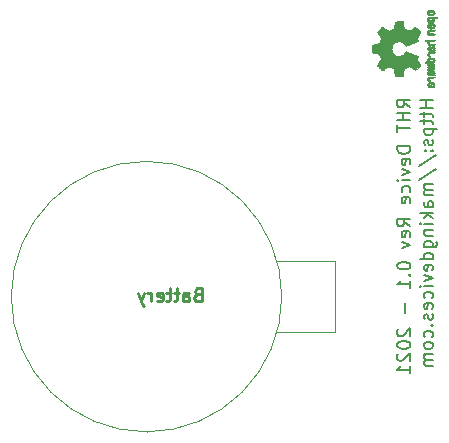
<source format=gbr>
%TF.GenerationSoftware,KiCad,Pcbnew,(5.1.10)-1*%
%TF.CreationDate,2021-11-08T18:16:21+01:00*%
%TF.ProjectId,RHT device,52485420-6465-4766-9963-652e6b696361,rev?*%
%TF.SameCoordinates,Original*%
%TF.FileFunction,Legend,Bot*%
%TF.FilePolarity,Positive*%
%FSLAX46Y46*%
G04 Gerber Fmt 4.6, Leading zero omitted, Abs format (unit mm)*
G04 Created by KiCad (PCBNEW (5.1.10)-1) date 2021-11-08 18:16:21*
%MOMM*%
%LPD*%
G01*
G04 APERTURE LIST*
%ADD10C,0.275000*%
%ADD11C,0.300000*%
%ADD12C,0.200000*%
%ADD13C,0.010000*%
%ADD14C,0.100000*%
%ADD15C,1.950000*%
%ADD16C,1.850000*%
%ADD17C,1.550000*%
%ADD18C,1.500000*%
%ADD19R,1.500000X1.500000*%
G04 APERTURE END LIST*
D10*
X120178571Y-54521428D02*
X120021428Y-54573809D01*
X119969047Y-54626190D01*
X119916666Y-54730952D01*
X119916666Y-54888095D01*
X119969047Y-54992857D01*
X120021428Y-55045238D01*
X120126190Y-55097619D01*
X120545238Y-55097619D01*
X120545238Y-53997619D01*
X120178571Y-53997619D01*
X120073809Y-54050000D01*
X120021428Y-54102380D01*
X119969047Y-54207142D01*
X119969047Y-54311904D01*
X120021428Y-54416666D01*
X120073809Y-54469047D01*
X120178571Y-54521428D01*
X120545238Y-54521428D01*
X118973809Y-55097619D02*
X118973809Y-54521428D01*
X119026190Y-54416666D01*
X119130952Y-54364285D01*
X119340476Y-54364285D01*
X119445238Y-54416666D01*
X118973809Y-55045238D02*
X119078571Y-55097619D01*
X119340476Y-55097619D01*
X119445238Y-55045238D01*
X119497619Y-54940476D01*
X119497619Y-54835714D01*
X119445238Y-54730952D01*
X119340476Y-54678571D01*
X119078571Y-54678571D01*
X118973809Y-54626190D01*
X118607142Y-54364285D02*
X118188095Y-54364285D01*
X118450000Y-53997619D02*
X118450000Y-54940476D01*
X118397619Y-55045238D01*
X118292857Y-55097619D01*
X118188095Y-55097619D01*
X117978571Y-54364285D02*
X117559523Y-54364285D01*
X117821428Y-53997619D02*
X117821428Y-54940476D01*
X117769047Y-55045238D01*
X117664285Y-55097619D01*
X117559523Y-55097619D01*
X116773809Y-55045238D02*
X116878571Y-55097619D01*
X117088095Y-55097619D01*
X117192857Y-55045238D01*
X117245238Y-54940476D01*
X117245238Y-54521428D01*
X117192857Y-54416666D01*
X117088095Y-54364285D01*
X116878571Y-54364285D01*
X116773809Y-54416666D01*
X116721428Y-54521428D01*
X116721428Y-54626190D01*
X117245238Y-54730952D01*
X116250000Y-55097619D02*
X116250000Y-54364285D01*
X116250000Y-54573809D02*
X116197619Y-54469047D01*
X116145238Y-54416666D01*
X116040476Y-54364285D01*
X115935714Y-54364285D01*
X115673809Y-54364285D02*
X115411904Y-55097619D01*
X115150000Y-54364285D02*
X115411904Y-55097619D01*
X115516666Y-55359523D01*
X115569047Y-55411904D01*
X115673809Y-55464285D01*
D11*
D12*
X138197619Y-38678571D02*
X137673809Y-38311904D01*
X138197619Y-38050000D02*
X137097619Y-38050000D01*
X137097619Y-38469047D01*
X137150000Y-38573809D01*
X137202380Y-38626190D01*
X137307142Y-38678571D01*
X137464285Y-38678571D01*
X137569047Y-38626190D01*
X137621428Y-38573809D01*
X137673809Y-38469047D01*
X137673809Y-38050000D01*
X138197619Y-39150000D02*
X137097619Y-39150000D01*
X137621428Y-39150000D02*
X137621428Y-39778571D01*
X138197619Y-39778571D02*
X137097619Y-39778571D01*
X137097619Y-40145238D02*
X137097619Y-40773809D01*
X138197619Y-40459523D02*
X137097619Y-40459523D01*
X138197619Y-41978571D02*
X137097619Y-41978571D01*
X137097619Y-42240476D01*
X137150000Y-42397619D01*
X137254761Y-42502380D01*
X137359523Y-42554761D01*
X137569047Y-42607142D01*
X137726190Y-42607142D01*
X137935714Y-42554761D01*
X138040476Y-42502380D01*
X138145238Y-42397619D01*
X138197619Y-42240476D01*
X138197619Y-41978571D01*
X138145238Y-43497619D02*
X138197619Y-43392857D01*
X138197619Y-43183333D01*
X138145238Y-43078571D01*
X138040476Y-43026190D01*
X137621428Y-43026190D01*
X137516666Y-43078571D01*
X137464285Y-43183333D01*
X137464285Y-43392857D01*
X137516666Y-43497619D01*
X137621428Y-43550000D01*
X137726190Y-43550000D01*
X137830952Y-43026190D01*
X137464285Y-43916666D02*
X138197619Y-44178571D01*
X137464285Y-44440476D01*
X138197619Y-44859523D02*
X137464285Y-44859523D01*
X137097619Y-44859523D02*
X137150000Y-44807142D01*
X137202380Y-44859523D01*
X137150000Y-44911904D01*
X137097619Y-44859523D01*
X137202380Y-44859523D01*
X138145238Y-45854761D02*
X138197619Y-45750000D01*
X138197619Y-45540476D01*
X138145238Y-45435714D01*
X138092857Y-45383333D01*
X137988095Y-45330952D01*
X137673809Y-45330952D01*
X137569047Y-45383333D01*
X137516666Y-45435714D01*
X137464285Y-45540476D01*
X137464285Y-45750000D01*
X137516666Y-45854761D01*
X138145238Y-46745238D02*
X138197619Y-46640476D01*
X138197619Y-46430952D01*
X138145238Y-46326190D01*
X138040476Y-46273809D01*
X137621428Y-46273809D01*
X137516666Y-46326190D01*
X137464285Y-46430952D01*
X137464285Y-46640476D01*
X137516666Y-46745238D01*
X137621428Y-46797619D01*
X137726190Y-46797619D01*
X137830952Y-46273809D01*
X138197619Y-48735714D02*
X137673809Y-48369047D01*
X138197619Y-48107142D02*
X137097619Y-48107142D01*
X137097619Y-48526190D01*
X137150000Y-48630952D01*
X137202380Y-48683333D01*
X137307142Y-48735714D01*
X137464285Y-48735714D01*
X137569047Y-48683333D01*
X137621428Y-48630952D01*
X137673809Y-48526190D01*
X137673809Y-48107142D01*
X138145238Y-49626190D02*
X138197619Y-49521428D01*
X138197619Y-49311904D01*
X138145238Y-49207142D01*
X138040476Y-49154761D01*
X137621428Y-49154761D01*
X137516666Y-49207142D01*
X137464285Y-49311904D01*
X137464285Y-49521428D01*
X137516666Y-49626190D01*
X137621428Y-49678571D01*
X137726190Y-49678571D01*
X137830952Y-49154761D01*
X137464285Y-50045238D02*
X138197619Y-50307142D01*
X137464285Y-50569047D01*
X137097619Y-52035714D02*
X137097619Y-52140476D01*
X137150000Y-52245238D01*
X137202380Y-52297619D01*
X137307142Y-52350000D01*
X137516666Y-52402380D01*
X137778571Y-52402380D01*
X137988095Y-52350000D01*
X138092857Y-52297619D01*
X138145238Y-52245238D01*
X138197619Y-52140476D01*
X138197619Y-52035714D01*
X138145238Y-51930952D01*
X138092857Y-51878571D01*
X137988095Y-51826190D01*
X137778571Y-51773809D01*
X137516666Y-51773809D01*
X137307142Y-51826190D01*
X137202380Y-51878571D01*
X137150000Y-51930952D01*
X137097619Y-52035714D01*
X138092857Y-52873809D02*
X138145238Y-52926190D01*
X138197619Y-52873809D01*
X138145238Y-52821428D01*
X138092857Y-52873809D01*
X138197619Y-52873809D01*
X138197619Y-53973809D02*
X138197619Y-53345238D01*
X138197619Y-53659523D02*
X137097619Y-53659523D01*
X137254761Y-53554761D01*
X137359523Y-53450000D01*
X137411904Y-53345238D01*
X137778571Y-55283333D02*
X137778571Y-56121428D01*
X137202380Y-57430952D02*
X137150000Y-57483333D01*
X137097619Y-57588095D01*
X137097619Y-57850000D01*
X137150000Y-57954761D01*
X137202380Y-58007142D01*
X137307142Y-58059523D01*
X137411904Y-58059523D01*
X137569047Y-58007142D01*
X138197619Y-57378571D01*
X138197619Y-58059523D01*
X137097619Y-58740476D02*
X137097619Y-58845238D01*
X137150000Y-58950000D01*
X137202380Y-59002380D01*
X137307142Y-59054761D01*
X137516666Y-59107142D01*
X137778571Y-59107142D01*
X137988095Y-59054761D01*
X138092857Y-59002380D01*
X138145238Y-58950000D01*
X138197619Y-58845238D01*
X138197619Y-58740476D01*
X138145238Y-58635714D01*
X138092857Y-58583333D01*
X137988095Y-58530952D01*
X137778571Y-58478571D01*
X137516666Y-58478571D01*
X137307142Y-58530952D01*
X137202380Y-58583333D01*
X137150000Y-58635714D01*
X137097619Y-58740476D01*
X137202380Y-59526190D02*
X137150000Y-59578571D01*
X137097619Y-59683333D01*
X137097619Y-59945238D01*
X137150000Y-60050000D01*
X137202380Y-60102380D01*
X137307142Y-60154761D01*
X137411904Y-60154761D01*
X137569047Y-60102380D01*
X138197619Y-59473809D01*
X138197619Y-60154761D01*
X138197619Y-61202380D02*
X138197619Y-60573809D01*
X138197619Y-60888095D02*
X137097619Y-60888095D01*
X137254761Y-60783333D01*
X137359523Y-60678571D01*
X137411904Y-60573809D01*
X140097619Y-38064285D02*
X138997619Y-38064285D01*
X139521428Y-38064285D02*
X139521428Y-38692857D01*
X140097619Y-38692857D02*
X138997619Y-38692857D01*
X139364285Y-39059523D02*
X139364285Y-39478571D01*
X138997619Y-39216666D02*
X139940476Y-39216666D01*
X140045238Y-39269047D01*
X140097619Y-39373809D01*
X140097619Y-39478571D01*
X139364285Y-39688095D02*
X139364285Y-40107142D01*
X138997619Y-39845238D02*
X139940476Y-39845238D01*
X140045238Y-39897619D01*
X140097619Y-40002380D01*
X140097619Y-40107142D01*
X139364285Y-40473809D02*
X140464285Y-40473809D01*
X139416666Y-40473809D02*
X139364285Y-40578571D01*
X139364285Y-40788095D01*
X139416666Y-40892857D01*
X139469047Y-40945238D01*
X139573809Y-40997619D01*
X139888095Y-40997619D01*
X139992857Y-40945238D01*
X140045238Y-40892857D01*
X140097619Y-40788095D01*
X140097619Y-40578571D01*
X140045238Y-40473809D01*
X140045238Y-41416666D02*
X140097619Y-41521428D01*
X140097619Y-41730952D01*
X140045238Y-41835714D01*
X139940476Y-41888095D01*
X139888095Y-41888095D01*
X139783333Y-41835714D01*
X139730952Y-41730952D01*
X139730952Y-41573809D01*
X139678571Y-41469047D01*
X139573809Y-41416666D01*
X139521428Y-41416666D01*
X139416666Y-41469047D01*
X139364285Y-41573809D01*
X139364285Y-41730952D01*
X139416666Y-41835714D01*
X139992857Y-42359523D02*
X140045238Y-42411904D01*
X140097619Y-42359523D01*
X140045238Y-42307142D01*
X139992857Y-42359523D01*
X140097619Y-42359523D01*
X139416666Y-42359523D02*
X139469047Y-42411904D01*
X139521428Y-42359523D01*
X139469047Y-42307142D01*
X139416666Y-42359523D01*
X139521428Y-42359523D01*
X138945238Y-43669047D02*
X140359523Y-42726190D01*
X138945238Y-44821428D02*
X140359523Y-43878571D01*
X140097619Y-45188095D02*
X139364285Y-45188095D01*
X139469047Y-45188095D02*
X139416666Y-45240476D01*
X139364285Y-45345238D01*
X139364285Y-45502380D01*
X139416666Y-45607142D01*
X139521428Y-45659523D01*
X140097619Y-45659523D01*
X139521428Y-45659523D02*
X139416666Y-45711904D01*
X139364285Y-45816666D01*
X139364285Y-45973809D01*
X139416666Y-46078571D01*
X139521428Y-46130952D01*
X140097619Y-46130952D01*
X140097619Y-47126190D02*
X139521428Y-47126190D01*
X139416666Y-47073809D01*
X139364285Y-46969047D01*
X139364285Y-46759523D01*
X139416666Y-46654761D01*
X140045238Y-47126190D02*
X140097619Y-47021428D01*
X140097619Y-46759523D01*
X140045238Y-46654761D01*
X139940476Y-46602380D01*
X139835714Y-46602380D01*
X139730952Y-46654761D01*
X139678571Y-46759523D01*
X139678571Y-47021428D01*
X139626190Y-47126190D01*
X140097619Y-47650000D02*
X138997619Y-47650000D01*
X139678571Y-47754761D02*
X140097619Y-48069047D01*
X139364285Y-48069047D02*
X139783333Y-47650000D01*
X140097619Y-48540476D02*
X139364285Y-48540476D01*
X138997619Y-48540476D02*
X139050000Y-48488095D01*
X139102380Y-48540476D01*
X139050000Y-48592857D01*
X138997619Y-48540476D01*
X139102380Y-48540476D01*
X139364285Y-49064285D02*
X140097619Y-49064285D01*
X139469047Y-49064285D02*
X139416666Y-49116666D01*
X139364285Y-49221428D01*
X139364285Y-49378571D01*
X139416666Y-49483333D01*
X139521428Y-49535714D01*
X140097619Y-49535714D01*
X139364285Y-50530952D02*
X140254761Y-50530952D01*
X140359523Y-50478571D01*
X140411904Y-50426190D01*
X140464285Y-50321428D01*
X140464285Y-50164285D01*
X140411904Y-50059523D01*
X140045238Y-50530952D02*
X140097619Y-50426190D01*
X140097619Y-50216666D01*
X140045238Y-50111904D01*
X139992857Y-50059523D01*
X139888095Y-50007142D01*
X139573809Y-50007142D01*
X139469047Y-50059523D01*
X139416666Y-50111904D01*
X139364285Y-50216666D01*
X139364285Y-50426190D01*
X139416666Y-50530952D01*
X140097619Y-51526190D02*
X138997619Y-51526190D01*
X140045238Y-51526190D02*
X140097619Y-51421428D01*
X140097619Y-51211904D01*
X140045238Y-51107142D01*
X139992857Y-51054761D01*
X139888095Y-51002380D01*
X139573809Y-51002380D01*
X139469047Y-51054761D01*
X139416666Y-51107142D01*
X139364285Y-51211904D01*
X139364285Y-51421428D01*
X139416666Y-51526190D01*
X140045238Y-52469047D02*
X140097619Y-52364285D01*
X140097619Y-52154761D01*
X140045238Y-52050000D01*
X139940476Y-51997619D01*
X139521428Y-51997619D01*
X139416666Y-52050000D01*
X139364285Y-52154761D01*
X139364285Y-52364285D01*
X139416666Y-52469047D01*
X139521428Y-52521428D01*
X139626190Y-52521428D01*
X139730952Y-51997619D01*
X139364285Y-52888095D02*
X140097619Y-53150000D01*
X139364285Y-53411904D01*
X140097619Y-53830952D02*
X139364285Y-53830952D01*
X138997619Y-53830952D02*
X139050000Y-53778571D01*
X139102380Y-53830952D01*
X139050000Y-53883333D01*
X138997619Y-53830952D01*
X139102380Y-53830952D01*
X140045238Y-54826190D02*
X140097619Y-54721428D01*
X140097619Y-54511904D01*
X140045238Y-54407142D01*
X139992857Y-54354761D01*
X139888095Y-54302380D01*
X139573809Y-54302380D01*
X139469047Y-54354761D01*
X139416666Y-54407142D01*
X139364285Y-54511904D01*
X139364285Y-54721428D01*
X139416666Y-54826190D01*
X140045238Y-55716666D02*
X140097619Y-55611904D01*
X140097619Y-55402380D01*
X140045238Y-55297619D01*
X139940476Y-55245238D01*
X139521428Y-55245238D01*
X139416666Y-55297619D01*
X139364285Y-55402380D01*
X139364285Y-55611904D01*
X139416666Y-55716666D01*
X139521428Y-55769047D01*
X139626190Y-55769047D01*
X139730952Y-55245238D01*
X140045238Y-56188095D02*
X140097619Y-56292857D01*
X140097619Y-56502380D01*
X140045238Y-56607142D01*
X139940476Y-56659523D01*
X139888095Y-56659523D01*
X139783333Y-56607142D01*
X139730952Y-56502380D01*
X139730952Y-56345238D01*
X139678571Y-56240476D01*
X139573809Y-56188095D01*
X139521428Y-56188095D01*
X139416666Y-56240476D01*
X139364285Y-56345238D01*
X139364285Y-56502380D01*
X139416666Y-56607142D01*
X139992857Y-57130952D02*
X140045238Y-57183333D01*
X140097619Y-57130952D01*
X140045238Y-57078571D01*
X139992857Y-57130952D01*
X140097619Y-57130952D01*
X140045238Y-58126190D02*
X140097619Y-58021428D01*
X140097619Y-57811904D01*
X140045238Y-57707142D01*
X139992857Y-57654761D01*
X139888095Y-57602380D01*
X139573809Y-57602380D01*
X139469047Y-57654761D01*
X139416666Y-57707142D01*
X139364285Y-57811904D01*
X139364285Y-58021428D01*
X139416666Y-58126190D01*
X140097619Y-58754761D02*
X140045238Y-58649999D01*
X139992857Y-58597619D01*
X139888095Y-58545238D01*
X139573809Y-58545238D01*
X139469047Y-58597619D01*
X139416666Y-58649999D01*
X139364285Y-58754761D01*
X139364285Y-58911904D01*
X139416666Y-59016666D01*
X139469047Y-59069047D01*
X139573809Y-59121428D01*
X139888095Y-59121428D01*
X139992857Y-59069047D01*
X140045238Y-59016666D01*
X140097619Y-58911904D01*
X140097619Y-58754761D01*
X140097619Y-59592857D02*
X139364285Y-59592857D01*
X139469047Y-59592857D02*
X139416666Y-59645238D01*
X139364285Y-59749999D01*
X139364285Y-59907142D01*
X139416666Y-60011904D01*
X139521428Y-60064285D01*
X140097619Y-60064285D01*
X139521428Y-60064285D02*
X139416666Y-60116666D01*
X139364285Y-60221428D01*
X139364285Y-60378571D01*
X139416666Y-60483333D01*
X139521428Y-60535714D01*
X140097619Y-60535714D01*
D13*
%TO.C,REF\u002A\u002A*%
G36*
X139619918Y-31299744D02*
G01*
X139647568Y-31355201D01*
X139698480Y-31404148D01*
X139717338Y-31417629D01*
X139742015Y-31432314D01*
X139768816Y-31441842D01*
X139804587Y-31447293D01*
X139856169Y-31449747D01*
X139924267Y-31450286D01*
X140017588Y-31447852D01*
X140087657Y-31439394D01*
X140139931Y-31423174D01*
X140179869Y-31397454D01*
X140212929Y-31360497D01*
X140214886Y-31357782D01*
X140234908Y-31321360D01*
X140244815Y-31277502D01*
X140247257Y-31221724D01*
X140247257Y-31131048D01*
X140335283Y-31131010D01*
X140384308Y-31130166D01*
X140413065Y-31125024D01*
X140430311Y-31111587D01*
X140444808Y-31085858D01*
X140447769Y-31079679D01*
X140461648Y-31050764D01*
X140470414Y-31028376D01*
X140471171Y-31011729D01*
X140461023Y-31000036D01*
X140437073Y-30992510D01*
X140396426Y-30988366D01*
X140336186Y-30986815D01*
X140253455Y-30987071D01*
X140145339Y-30988349D01*
X140113000Y-30988748D01*
X140001524Y-30990185D01*
X139928603Y-30991472D01*
X139928603Y-31130971D01*
X139990499Y-31131755D01*
X140030997Y-31135240D01*
X140057708Y-31143124D01*
X140078244Y-31157105D01*
X140088260Y-31166597D01*
X140117567Y-31205404D01*
X140119952Y-31239763D01*
X140095750Y-31275216D01*
X140094857Y-31276114D01*
X140076153Y-31290539D01*
X140050732Y-31299313D01*
X140011584Y-31303739D01*
X139951697Y-31305118D01*
X139938430Y-31305143D01*
X139855901Y-31301812D01*
X139798691Y-31290969D01*
X139763766Y-31271340D01*
X139748094Y-31241650D01*
X139746514Y-31224491D01*
X139753926Y-31183766D01*
X139778330Y-31155832D01*
X139822980Y-31139017D01*
X139891130Y-31131650D01*
X139928603Y-31130971D01*
X139928603Y-30991472D01*
X139915245Y-30991708D01*
X139850333Y-30993677D01*
X139802958Y-30996450D01*
X139769290Y-31000388D01*
X139745498Y-31005849D01*
X139727753Y-31013192D01*
X139712224Y-31022777D01*
X139706381Y-31026887D01*
X139651185Y-31081405D01*
X139619890Y-31150336D01*
X139611165Y-31230072D01*
X139619918Y-31299744D01*
G37*
X139619918Y-31299744D02*
X139647568Y-31355201D01*
X139698480Y-31404148D01*
X139717338Y-31417629D01*
X139742015Y-31432314D01*
X139768816Y-31441842D01*
X139804587Y-31447293D01*
X139856169Y-31449747D01*
X139924267Y-31450286D01*
X140017588Y-31447852D01*
X140087657Y-31439394D01*
X140139931Y-31423174D01*
X140179869Y-31397454D01*
X140212929Y-31360497D01*
X140214886Y-31357782D01*
X140234908Y-31321360D01*
X140244815Y-31277502D01*
X140247257Y-31221724D01*
X140247257Y-31131048D01*
X140335283Y-31131010D01*
X140384308Y-31130166D01*
X140413065Y-31125024D01*
X140430311Y-31111587D01*
X140444808Y-31085858D01*
X140447769Y-31079679D01*
X140461648Y-31050764D01*
X140470414Y-31028376D01*
X140471171Y-31011729D01*
X140461023Y-31000036D01*
X140437073Y-30992510D01*
X140396426Y-30988366D01*
X140336186Y-30986815D01*
X140253455Y-30987071D01*
X140145339Y-30988349D01*
X140113000Y-30988748D01*
X140001524Y-30990185D01*
X139928603Y-30991472D01*
X139928603Y-31130971D01*
X139990499Y-31131755D01*
X140030997Y-31135240D01*
X140057708Y-31143124D01*
X140078244Y-31157105D01*
X140088260Y-31166597D01*
X140117567Y-31205404D01*
X140119952Y-31239763D01*
X140095750Y-31275216D01*
X140094857Y-31276114D01*
X140076153Y-31290539D01*
X140050732Y-31299313D01*
X140011584Y-31303739D01*
X139951697Y-31305118D01*
X139938430Y-31305143D01*
X139855901Y-31301812D01*
X139798691Y-31290969D01*
X139763766Y-31271340D01*
X139748094Y-31241650D01*
X139746514Y-31224491D01*
X139753926Y-31183766D01*
X139778330Y-31155832D01*
X139822980Y-31139017D01*
X139891130Y-31131650D01*
X139928603Y-31130971D01*
X139928603Y-30991472D01*
X139915245Y-30991708D01*
X139850333Y-30993677D01*
X139802958Y-30996450D01*
X139769290Y-31000388D01*
X139745498Y-31005849D01*
X139727753Y-31013192D01*
X139712224Y-31022777D01*
X139706381Y-31026887D01*
X139651185Y-31081405D01*
X139619890Y-31150336D01*
X139611165Y-31230072D01*
X139619918Y-31299744D01*
G36*
X139627780Y-32416093D02*
G01*
X139654723Y-32462672D01*
X139681466Y-32495057D01*
X139709484Y-32518742D01*
X139743748Y-32535059D01*
X139789227Y-32545339D01*
X139850892Y-32550914D01*
X139933711Y-32553116D01*
X139993246Y-32553371D01*
X140212391Y-32553371D01*
X140240044Y-32491686D01*
X140267697Y-32430000D01*
X140027670Y-32422743D01*
X139938028Y-32419744D01*
X139872962Y-32416598D01*
X139828026Y-32412701D01*
X139798770Y-32407447D01*
X139780748Y-32400231D01*
X139769511Y-32390450D01*
X139767079Y-32387312D01*
X139748083Y-32339761D01*
X139755600Y-32291697D01*
X139775543Y-32263086D01*
X139789675Y-32251447D01*
X139808220Y-32243391D01*
X139836334Y-32238271D01*
X139879173Y-32235441D01*
X139941895Y-32234256D01*
X140007261Y-32234057D01*
X140089268Y-32234018D01*
X140147316Y-32232614D01*
X140186465Y-32227914D01*
X140211780Y-32217987D01*
X140228323Y-32200903D01*
X140241156Y-32174732D01*
X140254491Y-32139775D01*
X140269007Y-32101596D01*
X140011389Y-32106141D01*
X139918519Y-32107971D01*
X139849889Y-32110112D01*
X139800711Y-32113181D01*
X139766198Y-32117794D01*
X139741562Y-32124568D01*
X139722016Y-32134119D01*
X139704770Y-32145634D01*
X139649680Y-32201190D01*
X139617822Y-32268980D01*
X139610191Y-32342713D01*
X139627780Y-32416093D01*
G37*
X139627780Y-32416093D02*
X139654723Y-32462672D01*
X139681466Y-32495057D01*
X139709484Y-32518742D01*
X139743748Y-32535059D01*
X139789227Y-32545339D01*
X139850892Y-32550914D01*
X139933711Y-32553116D01*
X139993246Y-32553371D01*
X140212391Y-32553371D01*
X140240044Y-32491686D01*
X140267697Y-32430000D01*
X140027670Y-32422743D01*
X139938028Y-32419744D01*
X139872962Y-32416598D01*
X139828026Y-32412701D01*
X139798770Y-32407447D01*
X139780748Y-32400231D01*
X139769511Y-32390450D01*
X139767079Y-32387312D01*
X139748083Y-32339761D01*
X139755600Y-32291697D01*
X139775543Y-32263086D01*
X139789675Y-32251447D01*
X139808220Y-32243391D01*
X139836334Y-32238271D01*
X139879173Y-32235441D01*
X139941895Y-32234256D01*
X140007261Y-32234057D01*
X140089268Y-32234018D01*
X140147316Y-32232614D01*
X140186465Y-32227914D01*
X140211780Y-32217987D01*
X140228323Y-32200903D01*
X140241156Y-32174732D01*
X140254491Y-32139775D01*
X140269007Y-32101596D01*
X140011389Y-32106141D01*
X139918519Y-32107971D01*
X139849889Y-32110112D01*
X139800711Y-32113181D01*
X139766198Y-32117794D01*
X139741562Y-32124568D01*
X139722016Y-32134119D01*
X139704770Y-32145634D01*
X139649680Y-32201190D01*
X139617822Y-32268980D01*
X139610191Y-32342713D01*
X139627780Y-32416093D01*
G36*
X139621962Y-30741115D02*
G01*
X139657733Y-30809145D01*
X139715301Y-30859351D01*
X139752312Y-30877185D01*
X139807882Y-30891063D01*
X139878096Y-30898167D01*
X139954727Y-30898840D01*
X140029552Y-30893427D01*
X140094342Y-30882270D01*
X140140873Y-30865714D01*
X140148887Y-30860626D01*
X140208707Y-30800355D01*
X140244535Y-30728769D01*
X140255020Y-30651092D01*
X140238810Y-30572548D01*
X140229092Y-30550689D01*
X140199143Y-30508122D01*
X140159433Y-30470763D01*
X140154397Y-30467232D01*
X140130124Y-30452881D01*
X140104178Y-30443394D01*
X140070022Y-30437790D01*
X140021119Y-30435086D01*
X139950935Y-30434299D01*
X139935200Y-30434286D01*
X139930192Y-30434322D01*
X139930192Y-30579429D01*
X139996430Y-30580273D01*
X140040386Y-30583596D01*
X140068779Y-30590583D01*
X140088325Y-30602416D01*
X140094857Y-30608457D01*
X140119680Y-30643186D01*
X140118548Y-30676903D01*
X140097016Y-30710995D01*
X140074029Y-30731329D01*
X140040478Y-30743371D01*
X139987569Y-30750134D01*
X139981399Y-30750598D01*
X139885513Y-30751752D01*
X139814299Y-30739688D01*
X139768194Y-30714570D01*
X139747635Y-30676560D01*
X139746514Y-30662992D01*
X139752152Y-30627364D01*
X139771686Y-30602994D01*
X139809042Y-30588093D01*
X139868150Y-30580875D01*
X139930192Y-30579429D01*
X139930192Y-30434322D01*
X139860413Y-30434826D01*
X139808159Y-30437096D01*
X139771949Y-30442068D01*
X139745299Y-30450713D01*
X139721722Y-30464005D01*
X139717338Y-30466943D01*
X139658249Y-30516313D01*
X139623947Y-30570109D01*
X139610331Y-30635602D01*
X139609665Y-30657842D01*
X139621962Y-30741115D01*
G37*
X139621962Y-30741115D02*
X139657733Y-30809145D01*
X139715301Y-30859351D01*
X139752312Y-30877185D01*
X139807882Y-30891063D01*
X139878096Y-30898167D01*
X139954727Y-30898840D01*
X140029552Y-30893427D01*
X140094342Y-30882270D01*
X140140873Y-30865714D01*
X140148887Y-30860626D01*
X140208707Y-30800355D01*
X140244535Y-30728769D01*
X140255020Y-30651092D01*
X140238810Y-30572548D01*
X140229092Y-30550689D01*
X140199143Y-30508122D01*
X140159433Y-30470763D01*
X140154397Y-30467232D01*
X140130124Y-30452881D01*
X140104178Y-30443394D01*
X140070022Y-30437790D01*
X140021119Y-30435086D01*
X139950935Y-30434299D01*
X139935200Y-30434286D01*
X139930192Y-30434322D01*
X139930192Y-30579429D01*
X139996430Y-30580273D01*
X140040386Y-30583596D01*
X140068779Y-30590583D01*
X140088325Y-30602416D01*
X140094857Y-30608457D01*
X140119680Y-30643186D01*
X140118548Y-30676903D01*
X140097016Y-30710995D01*
X140074029Y-30731329D01*
X140040478Y-30743371D01*
X139987569Y-30750134D01*
X139981399Y-30750598D01*
X139885513Y-30751752D01*
X139814299Y-30739688D01*
X139768194Y-30714570D01*
X139747635Y-30676560D01*
X139746514Y-30662992D01*
X139752152Y-30627364D01*
X139771686Y-30602994D01*
X139809042Y-30588093D01*
X139868150Y-30580875D01*
X139930192Y-30579429D01*
X139930192Y-30434322D01*
X139860413Y-30434826D01*
X139808159Y-30437096D01*
X139771949Y-30442068D01*
X139745299Y-30450713D01*
X139721722Y-30464005D01*
X139717338Y-30466943D01*
X139658249Y-30516313D01*
X139623947Y-30570109D01*
X139610331Y-30635602D01*
X139609665Y-30657842D01*
X139621962Y-30741115D01*
G36*
X139631239Y-31868303D02*
G01*
X139669735Y-31925527D01*
X139725335Y-31969749D01*
X139796086Y-31996167D01*
X139848162Y-32001510D01*
X139869893Y-32000903D01*
X139886531Y-31995822D01*
X139901437Y-31981855D01*
X139917973Y-31954589D01*
X139939498Y-31909612D01*
X139969374Y-31842511D01*
X139969524Y-31842171D01*
X139997813Y-31780407D01*
X140022933Y-31729759D01*
X140042179Y-31695404D01*
X140052848Y-31682518D01*
X140052934Y-31682514D01*
X140076166Y-31693872D01*
X140101774Y-31720431D01*
X140120221Y-31750923D01*
X140123886Y-31766370D01*
X140111212Y-31808515D01*
X140079471Y-31844808D01*
X140044572Y-31862517D01*
X140018845Y-31879552D01*
X139989546Y-31912922D01*
X139964235Y-31952149D01*
X139950471Y-31986756D01*
X139949714Y-31993993D01*
X139962160Y-32002139D01*
X139993972Y-32002630D01*
X140036866Y-31996643D01*
X140082558Y-31985357D01*
X140122761Y-31969950D01*
X140124322Y-31969171D01*
X140189062Y-31922804D01*
X140233097Y-31862711D01*
X140254711Y-31794465D01*
X140252185Y-31723638D01*
X140223804Y-31655804D01*
X140221808Y-31652788D01*
X140173448Y-31599427D01*
X140110352Y-31564340D01*
X140027387Y-31544922D01*
X140004078Y-31542316D01*
X139894055Y-31537701D01*
X139842748Y-31543233D01*
X139842748Y-31682514D01*
X139874753Y-31684324D01*
X139884093Y-31694222D01*
X139877105Y-31718898D01*
X139860587Y-31757795D01*
X139839881Y-31801275D01*
X139839333Y-31802356D01*
X139819949Y-31839209D01*
X139807013Y-31854000D01*
X139793451Y-31850353D01*
X139775632Y-31834995D01*
X139749845Y-31795923D01*
X139747950Y-31753846D01*
X139766717Y-31716103D01*
X139802915Y-31690034D01*
X139842748Y-31682514D01*
X139842748Y-31543233D01*
X139806027Y-31547194D01*
X139736212Y-31571550D01*
X139687302Y-31605456D01*
X139637878Y-31666653D01*
X139613359Y-31734063D01*
X139611797Y-31802880D01*
X139631239Y-31868303D01*
G37*
X139631239Y-31868303D02*
X139669735Y-31925527D01*
X139725335Y-31969749D01*
X139796086Y-31996167D01*
X139848162Y-32001510D01*
X139869893Y-32000903D01*
X139886531Y-31995822D01*
X139901437Y-31981855D01*
X139917973Y-31954589D01*
X139939498Y-31909612D01*
X139969374Y-31842511D01*
X139969524Y-31842171D01*
X139997813Y-31780407D01*
X140022933Y-31729759D01*
X140042179Y-31695404D01*
X140052848Y-31682518D01*
X140052934Y-31682514D01*
X140076166Y-31693872D01*
X140101774Y-31720431D01*
X140120221Y-31750923D01*
X140123886Y-31766370D01*
X140111212Y-31808515D01*
X140079471Y-31844808D01*
X140044572Y-31862517D01*
X140018845Y-31879552D01*
X139989546Y-31912922D01*
X139964235Y-31952149D01*
X139950471Y-31986756D01*
X139949714Y-31993993D01*
X139962160Y-32002139D01*
X139993972Y-32002630D01*
X140036866Y-31996643D01*
X140082558Y-31985357D01*
X140122761Y-31969950D01*
X140124322Y-31969171D01*
X140189062Y-31922804D01*
X140233097Y-31862711D01*
X140254711Y-31794465D01*
X140252185Y-31723638D01*
X140223804Y-31655804D01*
X140221808Y-31652788D01*
X140173448Y-31599427D01*
X140110352Y-31564340D01*
X140027387Y-31544922D01*
X140004078Y-31542316D01*
X139894055Y-31537701D01*
X139842748Y-31543233D01*
X139842748Y-31682514D01*
X139874753Y-31684324D01*
X139884093Y-31694222D01*
X139877105Y-31718898D01*
X139860587Y-31757795D01*
X139839881Y-31801275D01*
X139839333Y-31802356D01*
X139819949Y-31839209D01*
X139807013Y-31854000D01*
X139793451Y-31850353D01*
X139775632Y-31834995D01*
X139749845Y-31795923D01*
X139747950Y-31753846D01*
X139766717Y-31716103D01*
X139802915Y-31690034D01*
X139842748Y-31682514D01*
X139842748Y-31543233D01*
X139806027Y-31547194D01*
X139736212Y-31571550D01*
X139687302Y-31605456D01*
X139637878Y-31666653D01*
X139613359Y-31734063D01*
X139611797Y-31802880D01*
X139631239Y-31868303D01*
G36*
X139551289Y-33075886D02*
G01*
X139610613Y-33080139D01*
X139645572Y-33085025D01*
X139660820Y-33091795D01*
X139661015Y-33101702D01*
X139659195Y-33104914D01*
X139646015Y-33147644D01*
X139646785Y-33203227D01*
X139660333Y-33259737D01*
X139677861Y-33295082D01*
X139705861Y-33331321D01*
X139737549Y-33357813D01*
X139777813Y-33375999D01*
X139831543Y-33387322D01*
X139903626Y-33393222D01*
X139998951Y-33395143D01*
X140017237Y-33395177D01*
X140222646Y-33395200D01*
X140238580Y-33349491D01*
X140249420Y-33317027D01*
X140254468Y-33299215D01*
X140254514Y-33298691D01*
X140240828Y-33296937D01*
X140203076Y-33295444D01*
X140146224Y-33294326D01*
X140075234Y-33293697D01*
X140032073Y-33293600D01*
X139946973Y-33293398D01*
X139885981Y-33292358D01*
X139844177Y-33289831D01*
X139816642Y-33285164D01*
X139798456Y-33277707D01*
X139784698Y-33266811D01*
X139778073Y-33260007D01*
X139751375Y-33213272D01*
X139749375Y-33162272D01*
X139771955Y-33116001D01*
X139780107Y-33107444D01*
X139795436Y-33094893D01*
X139813618Y-33086188D01*
X139839909Y-33080631D01*
X139879562Y-33077526D01*
X139937832Y-33076176D01*
X140018173Y-33075886D01*
X140222646Y-33075886D01*
X140238580Y-33030177D01*
X140249420Y-32997713D01*
X140254468Y-32979901D01*
X140254514Y-32979377D01*
X140240623Y-32978037D01*
X140201439Y-32976828D01*
X140140700Y-32975801D01*
X140062141Y-32975002D01*
X139969498Y-32974481D01*
X139866509Y-32974286D01*
X139469342Y-32974286D01*
X139449444Y-33021457D01*
X139429547Y-33068629D01*
X139551289Y-33075886D01*
G37*
X139551289Y-33075886D02*
X139610613Y-33080139D01*
X139645572Y-33085025D01*
X139660820Y-33091795D01*
X139661015Y-33101702D01*
X139659195Y-33104914D01*
X139646015Y-33147644D01*
X139646785Y-33203227D01*
X139660333Y-33259737D01*
X139677861Y-33295082D01*
X139705861Y-33331321D01*
X139737549Y-33357813D01*
X139777813Y-33375999D01*
X139831543Y-33387322D01*
X139903626Y-33393222D01*
X139998951Y-33395143D01*
X140017237Y-33395177D01*
X140222646Y-33395200D01*
X140238580Y-33349491D01*
X140249420Y-33317027D01*
X140254468Y-33299215D01*
X140254514Y-33298691D01*
X140240828Y-33296937D01*
X140203076Y-33295444D01*
X140146224Y-33294326D01*
X140075234Y-33293697D01*
X140032073Y-33293600D01*
X139946973Y-33293398D01*
X139885981Y-33292358D01*
X139844177Y-33289831D01*
X139816642Y-33285164D01*
X139798456Y-33277707D01*
X139784698Y-33266811D01*
X139778073Y-33260007D01*
X139751375Y-33213272D01*
X139749375Y-33162272D01*
X139771955Y-33116001D01*
X139780107Y-33107444D01*
X139795436Y-33094893D01*
X139813618Y-33086188D01*
X139839909Y-33080631D01*
X139879562Y-33077526D01*
X139937832Y-33076176D01*
X140018173Y-33075886D01*
X140222646Y-33075886D01*
X140238580Y-33030177D01*
X140249420Y-32997713D01*
X140254468Y-32979901D01*
X140254514Y-32979377D01*
X140240623Y-32978037D01*
X140201439Y-32976828D01*
X140140700Y-32975801D01*
X140062141Y-32975002D01*
X139969498Y-32974481D01*
X139866509Y-32974286D01*
X139469342Y-32974286D01*
X139449444Y-33021457D01*
X139429547Y-33068629D01*
X139551289Y-33075886D01*
G36*
X139650968Y-33739744D02*
G01*
X139672087Y-33796616D01*
X139672493Y-33797267D01*
X139698380Y-33832440D01*
X139728633Y-33858407D01*
X139768058Y-33876670D01*
X139821462Y-33888732D01*
X139893651Y-33896096D01*
X139989432Y-33900264D01*
X140003078Y-33900629D01*
X140208842Y-33905876D01*
X140231678Y-33861716D01*
X140247110Y-33829763D01*
X140254423Y-33810470D01*
X140254514Y-33809578D01*
X140241022Y-33806239D01*
X140204626Y-33803587D01*
X140151452Y-33801956D01*
X140108393Y-33801600D01*
X140038641Y-33801592D01*
X139994837Y-33798403D01*
X139973944Y-33787288D01*
X139972925Y-33763501D01*
X139988741Y-33722296D01*
X140017815Y-33660086D01*
X140041963Y-33614341D01*
X140062913Y-33590813D01*
X140085747Y-33583896D01*
X140086877Y-33583886D01*
X140126212Y-33595299D01*
X140147462Y-33629092D01*
X140150539Y-33680809D01*
X140150006Y-33718061D01*
X140160735Y-33737703D01*
X140186505Y-33749952D01*
X140219337Y-33757002D01*
X140237966Y-33746842D01*
X140240632Y-33743017D01*
X140251340Y-33707001D01*
X140252856Y-33656566D01*
X140245759Y-33604626D01*
X140232788Y-33567822D01*
X140189585Y-33516938D01*
X140129446Y-33488014D01*
X140082462Y-33482286D01*
X140040082Y-33486657D01*
X140005488Y-33502475D01*
X139974763Y-33533797D01*
X139943990Y-33584678D01*
X139909252Y-33659176D01*
X139907288Y-33663714D01*
X139876287Y-33730821D01*
X139850862Y-33772232D01*
X139828014Y-33789981D01*
X139804745Y-33786107D01*
X139778056Y-33762643D01*
X139771914Y-33755627D01*
X139748100Y-33708630D01*
X139749103Y-33659933D01*
X139772451Y-33617522D01*
X139815675Y-33589384D01*
X139824160Y-33586769D01*
X139865308Y-33561308D01*
X139885128Y-33529001D01*
X139904770Y-33482286D01*
X139853950Y-33482286D01*
X139780082Y-33496496D01*
X139712327Y-33538675D01*
X139689661Y-33560624D01*
X139660569Y-33610517D01*
X139647400Y-33673967D01*
X139650968Y-33739744D01*
G37*
X139650968Y-33739744D02*
X139672087Y-33796616D01*
X139672493Y-33797267D01*
X139698380Y-33832440D01*
X139728633Y-33858407D01*
X139768058Y-33876670D01*
X139821462Y-33888732D01*
X139893651Y-33896096D01*
X139989432Y-33900264D01*
X140003078Y-33900629D01*
X140208842Y-33905876D01*
X140231678Y-33861716D01*
X140247110Y-33829763D01*
X140254423Y-33810470D01*
X140254514Y-33809578D01*
X140241022Y-33806239D01*
X140204626Y-33803587D01*
X140151452Y-33801956D01*
X140108393Y-33801600D01*
X140038641Y-33801592D01*
X139994837Y-33798403D01*
X139973944Y-33787288D01*
X139972925Y-33763501D01*
X139988741Y-33722296D01*
X140017815Y-33660086D01*
X140041963Y-33614341D01*
X140062913Y-33590813D01*
X140085747Y-33583896D01*
X140086877Y-33583886D01*
X140126212Y-33595299D01*
X140147462Y-33629092D01*
X140150539Y-33680809D01*
X140150006Y-33718061D01*
X140160735Y-33737703D01*
X140186505Y-33749952D01*
X140219337Y-33757002D01*
X140237966Y-33746842D01*
X140240632Y-33743017D01*
X140251340Y-33707001D01*
X140252856Y-33656566D01*
X140245759Y-33604626D01*
X140232788Y-33567822D01*
X140189585Y-33516938D01*
X140129446Y-33488014D01*
X140082462Y-33482286D01*
X140040082Y-33486657D01*
X140005488Y-33502475D01*
X139974763Y-33533797D01*
X139943990Y-33584678D01*
X139909252Y-33659176D01*
X139907288Y-33663714D01*
X139876287Y-33730821D01*
X139850862Y-33772232D01*
X139828014Y-33789981D01*
X139804745Y-33786107D01*
X139778056Y-33762643D01*
X139771914Y-33755627D01*
X139748100Y-33708630D01*
X139749103Y-33659933D01*
X139772451Y-33617522D01*
X139815675Y-33589384D01*
X139824160Y-33586769D01*
X139865308Y-33561308D01*
X139885128Y-33529001D01*
X139904770Y-33482286D01*
X139853950Y-33482286D01*
X139780082Y-33496496D01*
X139712327Y-33538675D01*
X139689661Y-33560624D01*
X139660569Y-33610517D01*
X139647400Y-33673967D01*
X139650968Y-33739744D01*
G36*
X139649755Y-34229926D02*
G01*
X139674084Y-34295858D01*
X139717117Y-34349273D01*
X139747409Y-34370164D01*
X139802994Y-34392939D01*
X139843186Y-34392466D01*
X139870217Y-34368562D01*
X139874813Y-34359717D01*
X139889144Y-34321530D01*
X139885472Y-34302028D01*
X139861407Y-34295422D01*
X139848114Y-34295086D01*
X139799210Y-34282992D01*
X139764999Y-34251471D01*
X139748476Y-34207659D01*
X139752634Y-34158695D01*
X139774227Y-34118894D01*
X139786544Y-34105450D01*
X139801487Y-34095921D01*
X139824075Y-34089485D01*
X139859328Y-34085317D01*
X139912266Y-34082597D01*
X139987907Y-34080502D01*
X140011857Y-34079960D01*
X140093790Y-34077981D01*
X140151455Y-34075731D01*
X140189608Y-34072357D01*
X140213004Y-34067006D01*
X140226398Y-34058824D01*
X140234545Y-34046959D01*
X140238144Y-34039362D01*
X140250452Y-34007102D01*
X140254514Y-33988111D01*
X140240948Y-33981836D01*
X140199934Y-33978006D01*
X140130999Y-33976600D01*
X140033669Y-33977598D01*
X140018657Y-33977908D01*
X139929859Y-33980101D01*
X139865019Y-33982693D01*
X139819067Y-33986382D01*
X139786935Y-33991864D01*
X139763553Y-33999835D01*
X139743852Y-34010993D01*
X139735410Y-34016830D01*
X139698057Y-34050296D01*
X139669003Y-34087727D01*
X139666467Y-34092309D01*
X139646443Y-34159426D01*
X139649755Y-34229926D01*
G37*
X139649755Y-34229926D02*
X139674084Y-34295858D01*
X139717117Y-34349273D01*
X139747409Y-34370164D01*
X139802994Y-34392939D01*
X139843186Y-34392466D01*
X139870217Y-34368562D01*
X139874813Y-34359717D01*
X139889144Y-34321530D01*
X139885472Y-34302028D01*
X139861407Y-34295422D01*
X139848114Y-34295086D01*
X139799210Y-34282992D01*
X139764999Y-34251471D01*
X139748476Y-34207659D01*
X139752634Y-34158695D01*
X139774227Y-34118894D01*
X139786544Y-34105450D01*
X139801487Y-34095921D01*
X139824075Y-34089485D01*
X139859328Y-34085317D01*
X139912266Y-34082597D01*
X139987907Y-34080502D01*
X140011857Y-34079960D01*
X140093790Y-34077981D01*
X140151455Y-34075731D01*
X140189608Y-34072357D01*
X140213004Y-34067006D01*
X140226398Y-34058824D01*
X140234545Y-34046959D01*
X140238144Y-34039362D01*
X140250452Y-34007102D01*
X140254514Y-33988111D01*
X140240948Y-33981836D01*
X140199934Y-33978006D01*
X140130999Y-33976600D01*
X140033669Y-33977598D01*
X140018657Y-33977908D01*
X139929859Y-33980101D01*
X139865019Y-33982693D01*
X139819067Y-33986382D01*
X139786935Y-33991864D01*
X139763553Y-33999835D01*
X139743852Y-34010993D01*
X139735410Y-34016830D01*
X139698057Y-34050296D01*
X139669003Y-34087727D01*
X139666467Y-34092309D01*
X139646443Y-34159426D01*
X139649755Y-34229926D01*
G36*
X139765358Y-34890117D02*
G01*
X139873837Y-34889933D01*
X139957287Y-34889219D01*
X140019704Y-34887675D01*
X140065085Y-34885001D01*
X140097429Y-34880894D01*
X140120733Y-34875055D01*
X140138995Y-34867182D01*
X140149418Y-34861221D01*
X140205945Y-34811855D01*
X140241377Y-34749264D01*
X140254090Y-34680013D01*
X140242463Y-34610668D01*
X140221568Y-34569375D01*
X140185422Y-34526025D01*
X140141276Y-34496481D01*
X140083462Y-34478655D01*
X140006313Y-34470463D01*
X139949714Y-34469302D01*
X139945647Y-34469458D01*
X139945647Y-34570857D01*
X140010550Y-34571476D01*
X140053514Y-34574314D01*
X140081622Y-34580840D01*
X140101953Y-34592523D01*
X140117288Y-34606483D01*
X140146890Y-34653365D01*
X140149419Y-34703701D01*
X140124705Y-34751276D01*
X140121356Y-34754979D01*
X140103935Y-34770783D01*
X140083209Y-34780693D01*
X140052362Y-34786058D01*
X140004577Y-34788228D01*
X139951748Y-34788571D01*
X139885381Y-34787827D01*
X139841106Y-34784748D01*
X139812009Y-34778061D01*
X139791173Y-34766496D01*
X139780107Y-34757013D01*
X139752198Y-34712960D01*
X139748843Y-34662224D01*
X139770159Y-34613796D01*
X139778073Y-34604450D01*
X139795647Y-34588540D01*
X139816587Y-34578610D01*
X139847782Y-34573278D01*
X139896122Y-34571163D01*
X139945647Y-34570857D01*
X139945647Y-34469458D01*
X139858568Y-34472810D01*
X139790086Y-34484726D01*
X139738600Y-34507135D01*
X139698443Y-34542124D01*
X139677861Y-34569375D01*
X139655625Y-34618907D01*
X139645304Y-34676316D01*
X139648067Y-34729682D01*
X139659212Y-34759543D01*
X139662383Y-34771261D01*
X139650557Y-34779037D01*
X139618866Y-34784465D01*
X139570593Y-34788571D01*
X139516829Y-34793067D01*
X139484482Y-34799313D01*
X139465985Y-34810676D01*
X139453770Y-34830528D01*
X139448362Y-34843000D01*
X139428601Y-34890171D01*
X139765358Y-34890117D01*
G37*
X139765358Y-34890117D02*
X139873837Y-34889933D01*
X139957287Y-34889219D01*
X140019704Y-34887675D01*
X140065085Y-34885001D01*
X140097429Y-34880894D01*
X140120733Y-34875055D01*
X140138995Y-34867182D01*
X140149418Y-34861221D01*
X140205945Y-34811855D01*
X140241377Y-34749264D01*
X140254090Y-34680013D01*
X140242463Y-34610668D01*
X140221568Y-34569375D01*
X140185422Y-34526025D01*
X140141276Y-34496481D01*
X140083462Y-34478655D01*
X140006313Y-34470463D01*
X139949714Y-34469302D01*
X139945647Y-34469458D01*
X139945647Y-34570857D01*
X140010550Y-34571476D01*
X140053514Y-34574314D01*
X140081622Y-34580840D01*
X140101953Y-34592523D01*
X140117288Y-34606483D01*
X140146890Y-34653365D01*
X140149419Y-34703701D01*
X140124705Y-34751276D01*
X140121356Y-34754979D01*
X140103935Y-34770783D01*
X140083209Y-34780693D01*
X140052362Y-34786058D01*
X140004577Y-34788228D01*
X139951748Y-34788571D01*
X139885381Y-34787827D01*
X139841106Y-34784748D01*
X139812009Y-34778061D01*
X139791173Y-34766496D01*
X139780107Y-34757013D01*
X139752198Y-34712960D01*
X139748843Y-34662224D01*
X139770159Y-34613796D01*
X139778073Y-34604450D01*
X139795647Y-34588540D01*
X139816587Y-34578610D01*
X139847782Y-34573278D01*
X139896122Y-34571163D01*
X139945647Y-34570857D01*
X139945647Y-34469458D01*
X139858568Y-34472810D01*
X139790086Y-34484726D01*
X139738600Y-34507135D01*
X139698443Y-34542124D01*
X139677861Y-34569375D01*
X139655625Y-34618907D01*
X139645304Y-34676316D01*
X139648067Y-34729682D01*
X139659212Y-34759543D01*
X139662383Y-34771261D01*
X139650557Y-34779037D01*
X139618866Y-34784465D01*
X139570593Y-34788571D01*
X139516829Y-34793067D01*
X139484482Y-34799313D01*
X139465985Y-34810676D01*
X139453770Y-34830528D01*
X139448362Y-34843000D01*
X139428601Y-34890171D01*
X139765358Y-34890117D01*
G36*
X139658663Y-35479833D02*
G01*
X139696850Y-35482048D01*
X139754886Y-35483784D01*
X139828180Y-35484899D01*
X139905055Y-35485257D01*
X140165196Y-35485257D01*
X140211127Y-35439326D01*
X140239429Y-35407675D01*
X140250893Y-35379890D01*
X140250168Y-35341915D01*
X140248321Y-35326840D01*
X140242948Y-35279726D01*
X140239869Y-35240756D01*
X140239585Y-35231257D01*
X140241445Y-35199233D01*
X140246114Y-35153432D01*
X140248321Y-35135674D01*
X140251735Y-35092057D01*
X140244320Y-35062745D01*
X140221427Y-35033680D01*
X140211127Y-35023188D01*
X140165196Y-34977257D01*
X139678602Y-34977257D01*
X139661758Y-35014226D01*
X139649282Y-35046059D01*
X139644914Y-35064683D01*
X139658718Y-35069458D01*
X139697286Y-35073921D01*
X139756356Y-35077775D01*
X139831663Y-35080722D01*
X139895286Y-35082143D01*
X140145657Y-35086114D01*
X140150556Y-35120759D01*
X140147131Y-35152268D01*
X140136041Y-35167708D01*
X140115308Y-35172023D01*
X140071145Y-35175708D01*
X140009146Y-35178469D01*
X139934909Y-35180012D01*
X139896706Y-35180235D01*
X139676783Y-35180457D01*
X139660849Y-35226166D01*
X139650015Y-35258518D01*
X139644962Y-35276115D01*
X139644914Y-35276623D01*
X139658648Y-35278388D01*
X139696730Y-35280329D01*
X139754482Y-35282282D01*
X139827227Y-35284084D01*
X139895286Y-35285343D01*
X140145657Y-35289314D01*
X140145657Y-35376400D01*
X139917240Y-35380396D01*
X139688822Y-35384392D01*
X139666868Y-35426847D01*
X139651793Y-35458192D01*
X139644951Y-35476744D01*
X139644914Y-35477279D01*
X139658663Y-35479833D01*
G37*
X139658663Y-35479833D02*
X139696850Y-35482048D01*
X139754886Y-35483784D01*
X139828180Y-35484899D01*
X139905055Y-35485257D01*
X140165196Y-35485257D01*
X140211127Y-35439326D01*
X140239429Y-35407675D01*
X140250893Y-35379890D01*
X140250168Y-35341915D01*
X140248321Y-35326840D01*
X140242948Y-35279726D01*
X140239869Y-35240756D01*
X140239585Y-35231257D01*
X140241445Y-35199233D01*
X140246114Y-35153432D01*
X140248321Y-35135674D01*
X140251735Y-35092057D01*
X140244320Y-35062745D01*
X140221427Y-35033680D01*
X140211127Y-35023188D01*
X140165196Y-34977257D01*
X139678602Y-34977257D01*
X139661758Y-35014226D01*
X139649282Y-35046059D01*
X139644914Y-35064683D01*
X139658718Y-35069458D01*
X139697286Y-35073921D01*
X139756356Y-35077775D01*
X139831663Y-35080722D01*
X139895286Y-35082143D01*
X140145657Y-35086114D01*
X140150556Y-35120759D01*
X140147131Y-35152268D01*
X140136041Y-35167708D01*
X140115308Y-35172023D01*
X140071145Y-35175708D01*
X140009146Y-35178469D01*
X139934909Y-35180012D01*
X139896706Y-35180235D01*
X139676783Y-35180457D01*
X139660849Y-35226166D01*
X139650015Y-35258518D01*
X139644962Y-35276115D01*
X139644914Y-35276623D01*
X139658648Y-35278388D01*
X139696730Y-35280329D01*
X139754482Y-35282282D01*
X139827227Y-35284084D01*
X139895286Y-35285343D01*
X140145657Y-35289314D01*
X140145657Y-35376400D01*
X139917240Y-35380396D01*
X139688822Y-35384392D01*
X139666868Y-35426847D01*
X139651793Y-35458192D01*
X139644951Y-35476744D01*
X139644914Y-35477279D01*
X139658663Y-35479833D01*
G36*
X139656335Y-35844876D02*
G01*
X139675344Y-35886667D01*
X139698378Y-35919469D01*
X139724133Y-35943503D01*
X139757358Y-35960097D01*
X139802800Y-35970577D01*
X139865207Y-35976271D01*
X139949327Y-35978507D01*
X140004721Y-35978743D01*
X140220826Y-35978743D01*
X140237670Y-35941774D01*
X140249981Y-35912656D01*
X140254514Y-35898231D01*
X140241025Y-35895472D01*
X140204653Y-35893282D01*
X140151542Y-35891942D01*
X140109372Y-35891657D01*
X140048447Y-35890434D01*
X140000115Y-35887136D01*
X139970518Y-35882321D01*
X139964229Y-35878496D01*
X139970652Y-35852783D01*
X139987125Y-35812418D01*
X140009458Y-35765679D01*
X140033457Y-35720845D01*
X140054930Y-35686193D01*
X140069685Y-35670002D01*
X140069845Y-35669938D01*
X140097152Y-35671330D01*
X140123219Y-35683818D01*
X140144392Y-35705743D01*
X140151474Y-35737743D01*
X140150649Y-35765092D01*
X140150042Y-35803826D01*
X140159116Y-35824158D01*
X140183092Y-35836369D01*
X140187613Y-35837909D01*
X140221806Y-35843203D01*
X140242568Y-35829047D01*
X140252462Y-35792148D01*
X140254292Y-35752289D01*
X140240727Y-35680562D01*
X140221355Y-35643432D01*
X140175845Y-35597576D01*
X140119983Y-35573256D01*
X140060957Y-35571073D01*
X140005953Y-35591629D01*
X139971486Y-35622549D01*
X139952189Y-35653420D01*
X139927759Y-35701942D01*
X139902985Y-35758485D01*
X139899199Y-35767910D01*
X139871791Y-35830019D01*
X139847634Y-35865822D01*
X139823619Y-35877337D01*
X139796635Y-35866580D01*
X139775543Y-35848114D01*
X139749572Y-35804469D01*
X139747624Y-35756446D01*
X139767637Y-35712406D01*
X139807551Y-35680709D01*
X139817848Y-35676549D01*
X139855724Y-35652327D01*
X139883842Y-35616965D01*
X139906917Y-35572343D01*
X139841485Y-35572343D01*
X139801506Y-35574969D01*
X139769997Y-35586230D01*
X139736378Y-35611199D01*
X139710484Y-35635169D01*
X139673817Y-35672441D01*
X139654121Y-35701401D01*
X139646220Y-35732505D01*
X139644914Y-35767713D01*
X139656335Y-35844876D01*
G37*
X139656335Y-35844876D02*
X139675344Y-35886667D01*
X139698378Y-35919469D01*
X139724133Y-35943503D01*
X139757358Y-35960097D01*
X139802800Y-35970577D01*
X139865207Y-35976271D01*
X139949327Y-35978507D01*
X140004721Y-35978743D01*
X140220826Y-35978743D01*
X140237670Y-35941774D01*
X140249981Y-35912656D01*
X140254514Y-35898231D01*
X140241025Y-35895472D01*
X140204653Y-35893282D01*
X140151542Y-35891942D01*
X140109372Y-35891657D01*
X140048447Y-35890434D01*
X140000115Y-35887136D01*
X139970518Y-35882321D01*
X139964229Y-35878496D01*
X139970652Y-35852783D01*
X139987125Y-35812418D01*
X140009458Y-35765679D01*
X140033457Y-35720845D01*
X140054930Y-35686193D01*
X140069685Y-35670002D01*
X140069845Y-35669938D01*
X140097152Y-35671330D01*
X140123219Y-35683818D01*
X140144392Y-35705743D01*
X140151474Y-35737743D01*
X140150649Y-35765092D01*
X140150042Y-35803826D01*
X140159116Y-35824158D01*
X140183092Y-35836369D01*
X140187613Y-35837909D01*
X140221806Y-35843203D01*
X140242568Y-35829047D01*
X140252462Y-35792148D01*
X140254292Y-35752289D01*
X140240727Y-35680562D01*
X140221355Y-35643432D01*
X140175845Y-35597576D01*
X140119983Y-35573256D01*
X140060957Y-35571073D01*
X140005953Y-35591629D01*
X139971486Y-35622549D01*
X139952189Y-35653420D01*
X139927759Y-35701942D01*
X139902985Y-35758485D01*
X139899199Y-35767910D01*
X139871791Y-35830019D01*
X139847634Y-35865822D01*
X139823619Y-35877337D01*
X139796635Y-35866580D01*
X139775543Y-35848114D01*
X139749572Y-35804469D01*
X139747624Y-35756446D01*
X139767637Y-35712406D01*
X139807551Y-35680709D01*
X139817848Y-35676549D01*
X139855724Y-35652327D01*
X139883842Y-35616965D01*
X139906917Y-35572343D01*
X139841485Y-35572343D01*
X139801506Y-35574969D01*
X139769997Y-35586230D01*
X139736378Y-35611199D01*
X139710484Y-35635169D01*
X139673817Y-35672441D01*
X139654121Y-35701401D01*
X139646220Y-35732505D01*
X139644914Y-35767713D01*
X139656335Y-35844876D01*
G36*
X139658752Y-36352600D02*
G01*
X139666334Y-36369948D01*
X139699128Y-36411356D01*
X139746547Y-36446765D01*
X139797151Y-36468664D01*
X139822098Y-36472229D01*
X139856927Y-36460279D01*
X139875357Y-36434067D01*
X139886516Y-36405964D01*
X139888572Y-36393095D01*
X139873649Y-36386829D01*
X139841175Y-36374456D01*
X139826502Y-36369028D01*
X139775744Y-36338590D01*
X139750427Y-36294520D01*
X139751206Y-36238010D01*
X139752203Y-36233825D01*
X139766507Y-36203655D01*
X139794393Y-36181476D01*
X139839287Y-36166327D01*
X139904615Y-36157250D01*
X139993804Y-36153286D01*
X140041261Y-36152914D01*
X140116071Y-36152730D01*
X140167069Y-36151522D01*
X140199471Y-36148309D01*
X140218495Y-36142109D01*
X140229356Y-36131940D01*
X140237272Y-36116819D01*
X140237670Y-36115946D01*
X140249981Y-36086828D01*
X140254514Y-36072403D01*
X140240809Y-36070186D01*
X140202925Y-36068289D01*
X140145715Y-36066847D01*
X140074027Y-36065998D01*
X140021565Y-36065829D01*
X139920047Y-36066692D01*
X139843032Y-36070070D01*
X139786023Y-36077142D01*
X139744526Y-36089088D01*
X139714043Y-36107090D01*
X139690080Y-36132327D01*
X139673355Y-36157247D01*
X139651097Y-36217171D01*
X139646076Y-36286911D01*
X139658752Y-36352600D01*
G37*
X139658752Y-36352600D02*
X139666334Y-36369948D01*
X139699128Y-36411356D01*
X139746547Y-36446765D01*
X139797151Y-36468664D01*
X139822098Y-36472229D01*
X139856927Y-36460279D01*
X139875357Y-36434067D01*
X139886516Y-36405964D01*
X139888572Y-36393095D01*
X139873649Y-36386829D01*
X139841175Y-36374456D01*
X139826502Y-36369028D01*
X139775744Y-36338590D01*
X139750427Y-36294520D01*
X139751206Y-36238010D01*
X139752203Y-36233825D01*
X139766507Y-36203655D01*
X139794393Y-36181476D01*
X139839287Y-36166327D01*
X139904615Y-36157250D01*
X139993804Y-36153286D01*
X140041261Y-36152914D01*
X140116071Y-36152730D01*
X140167069Y-36151522D01*
X140199471Y-36148309D01*
X140218495Y-36142109D01*
X140229356Y-36131940D01*
X140237272Y-36116819D01*
X140237670Y-36115946D01*
X140249981Y-36086828D01*
X140254514Y-36072403D01*
X140240809Y-36070186D01*
X140202925Y-36068289D01*
X140145715Y-36066847D01*
X140074027Y-36065998D01*
X140021565Y-36065829D01*
X139920047Y-36066692D01*
X139843032Y-36070070D01*
X139786023Y-36077142D01*
X139744526Y-36089088D01*
X139714043Y-36107090D01*
X139690080Y-36132327D01*
X139673355Y-36157247D01*
X139651097Y-36217171D01*
X139646076Y-36286911D01*
X139658752Y-36352600D01*
G36*
X139666966Y-36853595D02*
G01*
X139704497Y-36911021D01*
X139738096Y-36938719D01*
X139799064Y-36960662D01*
X139847308Y-36962405D01*
X139911816Y-36958457D01*
X139976934Y-36809686D01*
X140010202Y-36737349D01*
X140036964Y-36690084D01*
X140060144Y-36665507D01*
X140082667Y-36661237D01*
X140107455Y-36674889D01*
X140123886Y-36689943D01*
X140150235Y-36733746D01*
X140152081Y-36781389D01*
X140131546Y-36825145D01*
X140090752Y-36857289D01*
X140076347Y-36863038D01*
X140031356Y-36890576D01*
X140012182Y-36922258D01*
X139995779Y-36965714D01*
X140057966Y-36965714D01*
X140100283Y-36961872D01*
X140135969Y-36946823D01*
X140176943Y-36915280D01*
X140182267Y-36910592D01*
X140218720Y-36875506D01*
X140238283Y-36845347D01*
X140247283Y-36807615D01*
X140250230Y-36776335D01*
X140250965Y-36720385D01*
X140241660Y-36680555D01*
X140227846Y-36655708D01*
X140197467Y-36616656D01*
X140164613Y-36589625D01*
X140123294Y-36572517D01*
X140067521Y-36563238D01*
X139991305Y-36559693D01*
X139952622Y-36559410D01*
X139906247Y-36560372D01*
X139906247Y-36648007D01*
X139931126Y-36649023D01*
X139935200Y-36651556D01*
X139929665Y-36668274D01*
X139915017Y-36704249D01*
X139894190Y-36752331D01*
X139889714Y-36762386D01*
X139858814Y-36823152D01*
X139831657Y-36856632D01*
X139806220Y-36863990D01*
X139780481Y-36846391D01*
X139769109Y-36831856D01*
X139746364Y-36779410D01*
X139750122Y-36730322D01*
X139777884Y-36689227D01*
X139827152Y-36660758D01*
X139866257Y-36651631D01*
X139906247Y-36648007D01*
X139906247Y-36560372D01*
X139862249Y-36561285D01*
X139795384Y-36568196D01*
X139746695Y-36581884D01*
X139710849Y-36604096D01*
X139682513Y-36636574D01*
X139673355Y-36650733D01*
X139649507Y-36715053D01*
X139648006Y-36785473D01*
X139666966Y-36853595D01*
G37*
X139666966Y-36853595D02*
X139704497Y-36911021D01*
X139738096Y-36938719D01*
X139799064Y-36960662D01*
X139847308Y-36962405D01*
X139911816Y-36958457D01*
X139976934Y-36809686D01*
X140010202Y-36737349D01*
X140036964Y-36690084D01*
X140060144Y-36665507D01*
X140082667Y-36661237D01*
X140107455Y-36674889D01*
X140123886Y-36689943D01*
X140150235Y-36733746D01*
X140152081Y-36781389D01*
X140131546Y-36825145D01*
X140090752Y-36857289D01*
X140076347Y-36863038D01*
X140031356Y-36890576D01*
X140012182Y-36922258D01*
X139995779Y-36965714D01*
X140057966Y-36965714D01*
X140100283Y-36961872D01*
X140135969Y-36946823D01*
X140176943Y-36915280D01*
X140182267Y-36910592D01*
X140218720Y-36875506D01*
X140238283Y-36845347D01*
X140247283Y-36807615D01*
X140250230Y-36776335D01*
X140250965Y-36720385D01*
X140241660Y-36680555D01*
X140227846Y-36655708D01*
X140197467Y-36616656D01*
X140164613Y-36589625D01*
X140123294Y-36572517D01*
X140067521Y-36563238D01*
X139991305Y-36559693D01*
X139952622Y-36559410D01*
X139906247Y-36560372D01*
X139906247Y-36648007D01*
X139931126Y-36649023D01*
X139935200Y-36651556D01*
X139929665Y-36668274D01*
X139915017Y-36704249D01*
X139894190Y-36752331D01*
X139889714Y-36762386D01*
X139858814Y-36823152D01*
X139831657Y-36856632D01*
X139806220Y-36863990D01*
X139780481Y-36846391D01*
X139769109Y-36831856D01*
X139746364Y-36779410D01*
X139750122Y-36730322D01*
X139777884Y-36689227D01*
X139827152Y-36660758D01*
X139866257Y-36651631D01*
X139906247Y-36648007D01*
X139906247Y-36560372D01*
X139862249Y-36561285D01*
X139795384Y-36568196D01*
X139746695Y-36581884D01*
X139710849Y-36604096D01*
X139682513Y-36636574D01*
X139673355Y-36650733D01*
X139649507Y-36715053D01*
X139648006Y-36785473D01*
X139666966Y-36853595D01*
G36*
X134942348Y-33803910D02*
G01*
X134942778Y-33882454D01*
X134943942Y-33939298D01*
X134946207Y-33978105D01*
X134949940Y-34002538D01*
X134955506Y-34016262D01*
X134963273Y-34022940D01*
X134973605Y-34026236D01*
X134974943Y-34026556D01*
X134999079Y-34031562D01*
X135046701Y-34040829D01*
X135112741Y-34053392D01*
X135192128Y-34068287D01*
X135279796Y-34084551D01*
X135282875Y-34085119D01*
X135368789Y-34101410D01*
X135444696Y-34116652D01*
X135506045Y-34129861D01*
X135548282Y-34140054D01*
X135566855Y-34146248D01*
X135567184Y-34146543D01*
X135576253Y-34164788D01*
X135591367Y-34202405D01*
X135609262Y-34251271D01*
X135609358Y-34251543D01*
X135632493Y-34313093D01*
X135661965Y-34385657D01*
X135691597Y-34454057D01*
X135693062Y-34457294D01*
X135743626Y-34568702D01*
X135575160Y-34815399D01*
X135523803Y-34891077D01*
X135477889Y-34959631D01*
X135440030Y-35017088D01*
X135412837Y-35059476D01*
X135398921Y-35082825D01*
X135397889Y-35085042D01*
X135402484Y-35102010D01*
X135424655Y-35133701D01*
X135465447Y-35181352D01*
X135525905Y-35246198D01*
X135590227Y-35312397D01*
X135653612Y-35376214D01*
X135711451Y-35433329D01*
X135760175Y-35480305D01*
X135796210Y-35513703D01*
X135815984Y-35530085D01*
X135817002Y-35530694D01*
X135830572Y-35532505D01*
X135852733Y-35525683D01*
X135886478Y-35508540D01*
X135934800Y-35479393D01*
X136000692Y-35436555D01*
X136085517Y-35379448D01*
X136160177Y-35328766D01*
X136227140Y-35283461D01*
X136282516Y-35246150D01*
X136322420Y-35219452D01*
X136342962Y-35205985D01*
X136344356Y-35205137D01*
X136364038Y-35206781D01*
X136402293Y-35219245D01*
X136451889Y-35240048D01*
X136467728Y-35247462D01*
X136538290Y-35279814D01*
X136618353Y-35314328D01*
X136687629Y-35342365D01*
X136739045Y-35362568D01*
X136778119Y-35378615D01*
X136798541Y-35387888D01*
X136800114Y-35389041D01*
X136802721Y-35406096D01*
X136809863Y-35446298D01*
X136820523Y-35504302D01*
X136833685Y-35574763D01*
X136848333Y-35652335D01*
X136863449Y-35731672D01*
X136878018Y-35807431D01*
X136891022Y-35874264D01*
X136901445Y-35926828D01*
X136908270Y-35959776D01*
X136910199Y-35967857D01*
X136914962Y-35976205D01*
X136925718Y-35982506D01*
X136946098Y-35987045D01*
X136979734Y-35990104D01*
X137030255Y-35991967D01*
X137101292Y-35992918D01*
X137196476Y-35993240D01*
X137235492Y-35993257D01*
X137552799Y-35993257D01*
X137567839Y-35917057D01*
X137575995Y-35874663D01*
X137587899Y-35811400D01*
X137602116Y-35734962D01*
X137617210Y-35653043D01*
X137621355Y-35630400D01*
X137636053Y-35554806D01*
X137650505Y-35488953D01*
X137663375Y-35438366D01*
X137673322Y-35408574D01*
X137676287Y-35403612D01*
X137697283Y-35391426D01*
X137737967Y-35373953D01*
X137790322Y-35354577D01*
X137801600Y-35350734D01*
X137871523Y-35325339D01*
X137950418Y-35293817D01*
X138021266Y-35262969D01*
X138021595Y-35262817D01*
X138132733Y-35211447D01*
X138381253Y-35380399D01*
X138629772Y-35549352D01*
X138847058Y-35332429D01*
X138911726Y-35266819D01*
X138968733Y-35206979D01*
X139015033Y-35156267D01*
X139047584Y-35118046D01*
X139063343Y-35095675D01*
X139064343Y-35092466D01*
X139056469Y-35073626D01*
X139034578Y-35035180D01*
X139001267Y-34981330D01*
X138959131Y-34916276D01*
X138911943Y-34845940D01*
X138863810Y-34774555D01*
X138821928Y-34710908D01*
X138788871Y-34659041D01*
X138767218Y-34622995D01*
X138759543Y-34606867D01*
X138766037Y-34587189D01*
X138783150Y-34549875D01*
X138807326Y-34502621D01*
X138810013Y-34497612D01*
X138841927Y-34433977D01*
X138857579Y-34390341D01*
X138857745Y-34363202D01*
X138843204Y-34349057D01*
X138843000Y-34348975D01*
X138825779Y-34341905D01*
X138784899Y-34325042D01*
X138723525Y-34299695D01*
X138644819Y-34267171D01*
X138551947Y-34228778D01*
X138448072Y-34185822D01*
X138347502Y-34144222D01*
X138236516Y-34098504D01*
X138133703Y-34056526D01*
X138042215Y-34019548D01*
X137965201Y-33988827D01*
X137905815Y-33965622D01*
X137867209Y-33951190D01*
X137852800Y-33946743D01*
X137836272Y-33957896D01*
X137809930Y-33987069D01*
X137780887Y-34025971D01*
X137689039Y-34136757D01*
X137583759Y-34223351D01*
X137467266Y-34284716D01*
X137341776Y-34319815D01*
X137209507Y-34327608D01*
X137148457Y-34321943D01*
X137021795Y-34291078D01*
X136909941Y-34237920D01*
X136814001Y-34165767D01*
X136735076Y-34077917D01*
X136674270Y-33977665D01*
X136632687Y-33868310D01*
X136611428Y-33753147D01*
X136611599Y-33635475D01*
X136634301Y-33518590D01*
X136680638Y-33405789D01*
X136751713Y-33300369D01*
X136791911Y-33256368D01*
X136895129Y-33171979D01*
X137007925Y-33113222D01*
X137127010Y-33079704D01*
X137249095Y-33071035D01*
X137370893Y-33086823D01*
X137489116Y-33126678D01*
X137600475Y-33190207D01*
X137701684Y-33277021D01*
X137780887Y-33374029D01*
X137811162Y-33414437D01*
X137837219Y-33442982D01*
X137852825Y-33453257D01*
X137869843Y-33447877D01*
X137910500Y-33432575D01*
X137971642Y-33408612D01*
X138050119Y-33377244D01*
X138142780Y-33339732D01*
X138246472Y-33297333D01*
X138347526Y-33255663D01*
X138458607Y-33209690D01*
X138561541Y-33167107D01*
X138653165Y-33129221D01*
X138730316Y-33097340D01*
X138789831Y-33072771D01*
X138828544Y-33056820D01*
X138843000Y-33050910D01*
X138857685Y-33036948D01*
X138857642Y-33009940D01*
X138842099Y-32966413D01*
X138810284Y-32902890D01*
X138810013Y-32902388D01*
X138785323Y-32854560D01*
X138767338Y-32815897D01*
X138759614Y-32794095D01*
X138759543Y-32793133D01*
X138767378Y-32776721D01*
X138789165Y-32740487D01*
X138822328Y-32688474D01*
X138864291Y-32624725D01*
X138911943Y-32554060D01*
X138960191Y-32482116D01*
X139002151Y-32417274D01*
X139035227Y-32363735D01*
X139056821Y-32325697D01*
X139064343Y-32307533D01*
X139054457Y-32290808D01*
X139026826Y-32257180D01*
X138984495Y-32210010D01*
X138930505Y-32152658D01*
X138867899Y-32088484D01*
X138846983Y-32067497D01*
X138629623Y-31850499D01*
X138387220Y-32015668D01*
X138312781Y-32065864D01*
X138245972Y-32109919D01*
X138190665Y-32145362D01*
X138150729Y-32169719D01*
X138130036Y-32180522D01*
X138128563Y-32180838D01*
X138109058Y-32175143D01*
X138069822Y-32159826D01*
X138017430Y-32137537D01*
X137982355Y-32121893D01*
X137915201Y-32092641D01*
X137847358Y-32065094D01*
X137790034Y-32043737D01*
X137772572Y-32037935D01*
X137725938Y-32021452D01*
X137689905Y-32005340D01*
X137676287Y-31996490D01*
X137667952Y-31976960D01*
X137656137Y-31934334D01*
X137642181Y-31874145D01*
X137627422Y-31801922D01*
X137621355Y-31769600D01*
X137606273Y-31687522D01*
X137591669Y-31608795D01*
X137578980Y-31541109D01*
X137569642Y-31492160D01*
X137567839Y-31482943D01*
X137552799Y-31406743D01*
X137235492Y-31406743D01*
X137131154Y-31406914D01*
X137052213Y-31407616D01*
X136995038Y-31409134D01*
X136955999Y-31411749D01*
X136931465Y-31415746D01*
X136917805Y-31421409D01*
X136911389Y-31429020D01*
X136910199Y-31432143D01*
X136905980Y-31450978D01*
X136897562Y-31492588D01*
X136885961Y-31551630D01*
X136872195Y-31622757D01*
X136857280Y-31700625D01*
X136842232Y-31779887D01*
X136828069Y-31855198D01*
X136815806Y-31921213D01*
X136806461Y-31972587D01*
X136801050Y-32003975D01*
X136800114Y-32010959D01*
X136787596Y-32017285D01*
X136754246Y-32031290D01*
X136706377Y-32050355D01*
X136687629Y-32057634D01*
X136615195Y-32086996D01*
X136535170Y-32121571D01*
X136467728Y-32152537D01*
X136416159Y-32175323D01*
X136373785Y-32190482D01*
X136347834Y-32195542D01*
X136344356Y-32194736D01*
X136327936Y-32184041D01*
X136291417Y-32159620D01*
X136238687Y-32124095D01*
X136173635Y-32080087D01*
X136100151Y-32030217D01*
X136085645Y-32020356D01*
X135999704Y-31962492D01*
X135934261Y-31919956D01*
X135886304Y-31891054D01*
X135852820Y-31874090D01*
X135830795Y-31867367D01*
X135817217Y-31869190D01*
X135817131Y-31869236D01*
X135799297Y-31883586D01*
X135764817Y-31915323D01*
X135717268Y-31961010D01*
X135660222Y-32017204D01*
X135597255Y-32080468D01*
X135590227Y-32087602D01*
X135513020Y-32167330D01*
X135456330Y-32228857D01*
X135419110Y-32273421D01*
X135400315Y-32302257D01*
X135397889Y-32314958D01*
X135408471Y-32333494D01*
X135432916Y-32371961D01*
X135468612Y-32426386D01*
X135512947Y-32492798D01*
X135563311Y-32567225D01*
X135575160Y-32584601D01*
X135743626Y-32831297D01*
X135693062Y-32942706D01*
X135663595Y-33010457D01*
X135633959Y-33083183D01*
X135610330Y-33145703D01*
X135609358Y-33148457D01*
X135591457Y-33197360D01*
X135576320Y-33235057D01*
X135567210Y-33253425D01*
X135567184Y-33253456D01*
X135550717Y-33259285D01*
X135510219Y-33269192D01*
X135450242Y-33282195D01*
X135375340Y-33297309D01*
X135290064Y-33313552D01*
X135282875Y-33314881D01*
X135195014Y-33331175D01*
X135115260Y-33346133D01*
X135048681Y-33358791D01*
X135000347Y-33368186D01*
X134975325Y-33373354D01*
X134974943Y-33373444D01*
X134964299Y-33376589D01*
X134956262Y-33382704D01*
X134950467Y-33395453D01*
X134946547Y-33418500D01*
X134944135Y-33455509D01*
X134942865Y-33510144D01*
X134942371Y-33586067D01*
X134942286Y-33686944D01*
X134942286Y-33700000D01*
X134942348Y-33803910D01*
G37*
X134942348Y-33803910D02*
X134942778Y-33882454D01*
X134943942Y-33939298D01*
X134946207Y-33978105D01*
X134949940Y-34002538D01*
X134955506Y-34016262D01*
X134963273Y-34022940D01*
X134973605Y-34026236D01*
X134974943Y-34026556D01*
X134999079Y-34031562D01*
X135046701Y-34040829D01*
X135112741Y-34053392D01*
X135192128Y-34068287D01*
X135279796Y-34084551D01*
X135282875Y-34085119D01*
X135368789Y-34101410D01*
X135444696Y-34116652D01*
X135506045Y-34129861D01*
X135548282Y-34140054D01*
X135566855Y-34146248D01*
X135567184Y-34146543D01*
X135576253Y-34164788D01*
X135591367Y-34202405D01*
X135609262Y-34251271D01*
X135609358Y-34251543D01*
X135632493Y-34313093D01*
X135661965Y-34385657D01*
X135691597Y-34454057D01*
X135693062Y-34457294D01*
X135743626Y-34568702D01*
X135575160Y-34815399D01*
X135523803Y-34891077D01*
X135477889Y-34959631D01*
X135440030Y-35017088D01*
X135412837Y-35059476D01*
X135398921Y-35082825D01*
X135397889Y-35085042D01*
X135402484Y-35102010D01*
X135424655Y-35133701D01*
X135465447Y-35181352D01*
X135525905Y-35246198D01*
X135590227Y-35312397D01*
X135653612Y-35376214D01*
X135711451Y-35433329D01*
X135760175Y-35480305D01*
X135796210Y-35513703D01*
X135815984Y-35530085D01*
X135817002Y-35530694D01*
X135830572Y-35532505D01*
X135852733Y-35525683D01*
X135886478Y-35508540D01*
X135934800Y-35479393D01*
X136000692Y-35436555D01*
X136085517Y-35379448D01*
X136160177Y-35328766D01*
X136227140Y-35283461D01*
X136282516Y-35246150D01*
X136322420Y-35219452D01*
X136342962Y-35205985D01*
X136344356Y-35205137D01*
X136364038Y-35206781D01*
X136402293Y-35219245D01*
X136451889Y-35240048D01*
X136467728Y-35247462D01*
X136538290Y-35279814D01*
X136618353Y-35314328D01*
X136687629Y-35342365D01*
X136739045Y-35362568D01*
X136778119Y-35378615D01*
X136798541Y-35387888D01*
X136800114Y-35389041D01*
X136802721Y-35406096D01*
X136809863Y-35446298D01*
X136820523Y-35504302D01*
X136833685Y-35574763D01*
X136848333Y-35652335D01*
X136863449Y-35731672D01*
X136878018Y-35807431D01*
X136891022Y-35874264D01*
X136901445Y-35926828D01*
X136908270Y-35959776D01*
X136910199Y-35967857D01*
X136914962Y-35976205D01*
X136925718Y-35982506D01*
X136946098Y-35987045D01*
X136979734Y-35990104D01*
X137030255Y-35991967D01*
X137101292Y-35992918D01*
X137196476Y-35993240D01*
X137235492Y-35993257D01*
X137552799Y-35993257D01*
X137567839Y-35917057D01*
X137575995Y-35874663D01*
X137587899Y-35811400D01*
X137602116Y-35734962D01*
X137617210Y-35653043D01*
X137621355Y-35630400D01*
X137636053Y-35554806D01*
X137650505Y-35488953D01*
X137663375Y-35438366D01*
X137673322Y-35408574D01*
X137676287Y-35403612D01*
X137697283Y-35391426D01*
X137737967Y-35373953D01*
X137790322Y-35354577D01*
X137801600Y-35350734D01*
X137871523Y-35325339D01*
X137950418Y-35293817D01*
X138021266Y-35262969D01*
X138021595Y-35262817D01*
X138132733Y-35211447D01*
X138381253Y-35380399D01*
X138629772Y-35549352D01*
X138847058Y-35332429D01*
X138911726Y-35266819D01*
X138968733Y-35206979D01*
X139015033Y-35156267D01*
X139047584Y-35118046D01*
X139063343Y-35095675D01*
X139064343Y-35092466D01*
X139056469Y-35073626D01*
X139034578Y-35035180D01*
X139001267Y-34981330D01*
X138959131Y-34916276D01*
X138911943Y-34845940D01*
X138863810Y-34774555D01*
X138821928Y-34710908D01*
X138788871Y-34659041D01*
X138767218Y-34622995D01*
X138759543Y-34606867D01*
X138766037Y-34587189D01*
X138783150Y-34549875D01*
X138807326Y-34502621D01*
X138810013Y-34497612D01*
X138841927Y-34433977D01*
X138857579Y-34390341D01*
X138857745Y-34363202D01*
X138843204Y-34349057D01*
X138843000Y-34348975D01*
X138825779Y-34341905D01*
X138784899Y-34325042D01*
X138723525Y-34299695D01*
X138644819Y-34267171D01*
X138551947Y-34228778D01*
X138448072Y-34185822D01*
X138347502Y-34144222D01*
X138236516Y-34098504D01*
X138133703Y-34056526D01*
X138042215Y-34019548D01*
X137965201Y-33988827D01*
X137905815Y-33965622D01*
X137867209Y-33951190D01*
X137852800Y-33946743D01*
X137836272Y-33957896D01*
X137809930Y-33987069D01*
X137780887Y-34025971D01*
X137689039Y-34136757D01*
X137583759Y-34223351D01*
X137467266Y-34284716D01*
X137341776Y-34319815D01*
X137209507Y-34327608D01*
X137148457Y-34321943D01*
X137021795Y-34291078D01*
X136909941Y-34237920D01*
X136814001Y-34165767D01*
X136735076Y-34077917D01*
X136674270Y-33977665D01*
X136632687Y-33868310D01*
X136611428Y-33753147D01*
X136611599Y-33635475D01*
X136634301Y-33518590D01*
X136680638Y-33405789D01*
X136751713Y-33300369D01*
X136791911Y-33256368D01*
X136895129Y-33171979D01*
X137007925Y-33113222D01*
X137127010Y-33079704D01*
X137249095Y-33071035D01*
X137370893Y-33086823D01*
X137489116Y-33126678D01*
X137600475Y-33190207D01*
X137701684Y-33277021D01*
X137780887Y-33374029D01*
X137811162Y-33414437D01*
X137837219Y-33442982D01*
X137852825Y-33453257D01*
X137869843Y-33447877D01*
X137910500Y-33432575D01*
X137971642Y-33408612D01*
X138050119Y-33377244D01*
X138142780Y-33339732D01*
X138246472Y-33297333D01*
X138347526Y-33255663D01*
X138458607Y-33209690D01*
X138561541Y-33167107D01*
X138653165Y-33129221D01*
X138730316Y-33097340D01*
X138789831Y-33072771D01*
X138828544Y-33056820D01*
X138843000Y-33050910D01*
X138857685Y-33036948D01*
X138857642Y-33009940D01*
X138842099Y-32966413D01*
X138810284Y-32902890D01*
X138810013Y-32902388D01*
X138785323Y-32854560D01*
X138767338Y-32815897D01*
X138759614Y-32794095D01*
X138759543Y-32793133D01*
X138767378Y-32776721D01*
X138789165Y-32740487D01*
X138822328Y-32688474D01*
X138864291Y-32624725D01*
X138911943Y-32554060D01*
X138960191Y-32482116D01*
X139002151Y-32417274D01*
X139035227Y-32363735D01*
X139056821Y-32325697D01*
X139064343Y-32307533D01*
X139054457Y-32290808D01*
X139026826Y-32257180D01*
X138984495Y-32210010D01*
X138930505Y-32152658D01*
X138867899Y-32088484D01*
X138846983Y-32067497D01*
X138629623Y-31850499D01*
X138387220Y-32015668D01*
X138312781Y-32065864D01*
X138245972Y-32109919D01*
X138190665Y-32145362D01*
X138150729Y-32169719D01*
X138130036Y-32180522D01*
X138128563Y-32180838D01*
X138109058Y-32175143D01*
X138069822Y-32159826D01*
X138017430Y-32137537D01*
X137982355Y-32121893D01*
X137915201Y-32092641D01*
X137847358Y-32065094D01*
X137790034Y-32043737D01*
X137772572Y-32037935D01*
X137725938Y-32021452D01*
X137689905Y-32005340D01*
X137676287Y-31996490D01*
X137667952Y-31976960D01*
X137656137Y-31934334D01*
X137642181Y-31874145D01*
X137627422Y-31801922D01*
X137621355Y-31769600D01*
X137606273Y-31687522D01*
X137591669Y-31608795D01*
X137578980Y-31541109D01*
X137569642Y-31492160D01*
X137567839Y-31482943D01*
X137552799Y-31406743D01*
X137235492Y-31406743D01*
X137131154Y-31406914D01*
X137052213Y-31407616D01*
X136995038Y-31409134D01*
X136955999Y-31411749D01*
X136931465Y-31415746D01*
X136917805Y-31421409D01*
X136911389Y-31429020D01*
X136910199Y-31432143D01*
X136905980Y-31450978D01*
X136897562Y-31492588D01*
X136885961Y-31551630D01*
X136872195Y-31622757D01*
X136857280Y-31700625D01*
X136842232Y-31779887D01*
X136828069Y-31855198D01*
X136815806Y-31921213D01*
X136806461Y-31972587D01*
X136801050Y-32003975D01*
X136800114Y-32010959D01*
X136787596Y-32017285D01*
X136754246Y-32031290D01*
X136706377Y-32050355D01*
X136687629Y-32057634D01*
X136615195Y-32086996D01*
X136535170Y-32121571D01*
X136467728Y-32152537D01*
X136416159Y-32175323D01*
X136373785Y-32190482D01*
X136347834Y-32195542D01*
X136344356Y-32194736D01*
X136327936Y-32184041D01*
X136291417Y-32159620D01*
X136238687Y-32124095D01*
X136173635Y-32080087D01*
X136100151Y-32030217D01*
X136085645Y-32020356D01*
X135999704Y-31962492D01*
X135934261Y-31919956D01*
X135886304Y-31891054D01*
X135852820Y-31874090D01*
X135830795Y-31867367D01*
X135817217Y-31869190D01*
X135817131Y-31869236D01*
X135799297Y-31883586D01*
X135764817Y-31915323D01*
X135717268Y-31961010D01*
X135660222Y-32017204D01*
X135597255Y-32080468D01*
X135590227Y-32087602D01*
X135513020Y-32167330D01*
X135456330Y-32228857D01*
X135419110Y-32273421D01*
X135400315Y-32302257D01*
X135397889Y-32314958D01*
X135408471Y-32333494D01*
X135432916Y-32371961D01*
X135468612Y-32426386D01*
X135512947Y-32492798D01*
X135563311Y-32567225D01*
X135575160Y-32584601D01*
X135743626Y-32831297D01*
X135693062Y-32942706D01*
X135663595Y-33010457D01*
X135633959Y-33083183D01*
X135610330Y-33145703D01*
X135609358Y-33148457D01*
X135591457Y-33197360D01*
X135576320Y-33235057D01*
X135567210Y-33253425D01*
X135567184Y-33253456D01*
X135550717Y-33259285D01*
X135510219Y-33269192D01*
X135450242Y-33282195D01*
X135375340Y-33297309D01*
X135290064Y-33313552D01*
X135282875Y-33314881D01*
X135195014Y-33331175D01*
X135115260Y-33346133D01*
X135048681Y-33358791D01*
X135000347Y-33368186D01*
X134975325Y-33373354D01*
X134974943Y-33373444D01*
X134964299Y-33376589D01*
X134956262Y-33382704D01*
X134950467Y-33395453D01*
X134946547Y-33418500D01*
X134944135Y-33455509D01*
X134942865Y-33510144D01*
X134942371Y-33586067D01*
X134942286Y-33686944D01*
X134942286Y-33700000D01*
X134942348Y-33803910D01*
D14*
%TO.C,U2*%
X115870000Y-66150000D02*
X115870000Y-66150000D01*
X115870000Y-43250000D02*
X115870000Y-43250000D01*
X126870000Y-57700000D02*
X131870000Y-57700000D01*
X131870000Y-57700000D02*
X131870000Y-51700000D01*
X131870000Y-51700000D02*
X126870000Y-51700000D01*
X115870000Y-66150000D02*
G75*
G03*
X115870000Y-43250000I0J11450000D01*
G01*
X115870000Y-43250000D02*
G75*
G03*
X115870000Y-66150000I0J-11450000D01*
G01*
%TD*%
%LPC*%
D15*
%TO.C,U2*%
X109370000Y-54700000D03*
X129370000Y-54700000D03*
%TD*%
D16*
%TO.C,S1*%
X126070000Y-62500000D03*
X138570000Y-62500000D03*
X126070000Y-67500000D03*
X138570000Y-67500000D03*
%TD*%
D17*
%TO.C,ISCP*%
X106820000Y-68649000D03*
X106820000Y-70681000D03*
X111900000Y-69665000D03*
%TD*%
D18*
%TO.C,U1*%
X114430000Y-32230000D03*
X116970000Y-32230000D03*
X119510000Y-32230000D03*
X122050000Y-32230000D03*
X124590000Y-32230000D03*
X127130000Y-32230000D03*
X127130000Y-42390000D03*
X124590000Y-42390000D03*
X122050000Y-42390000D03*
X119510000Y-42390000D03*
X116970000Y-42390000D03*
D19*
X114430000Y-42390000D03*
%TD*%
M02*

</source>
